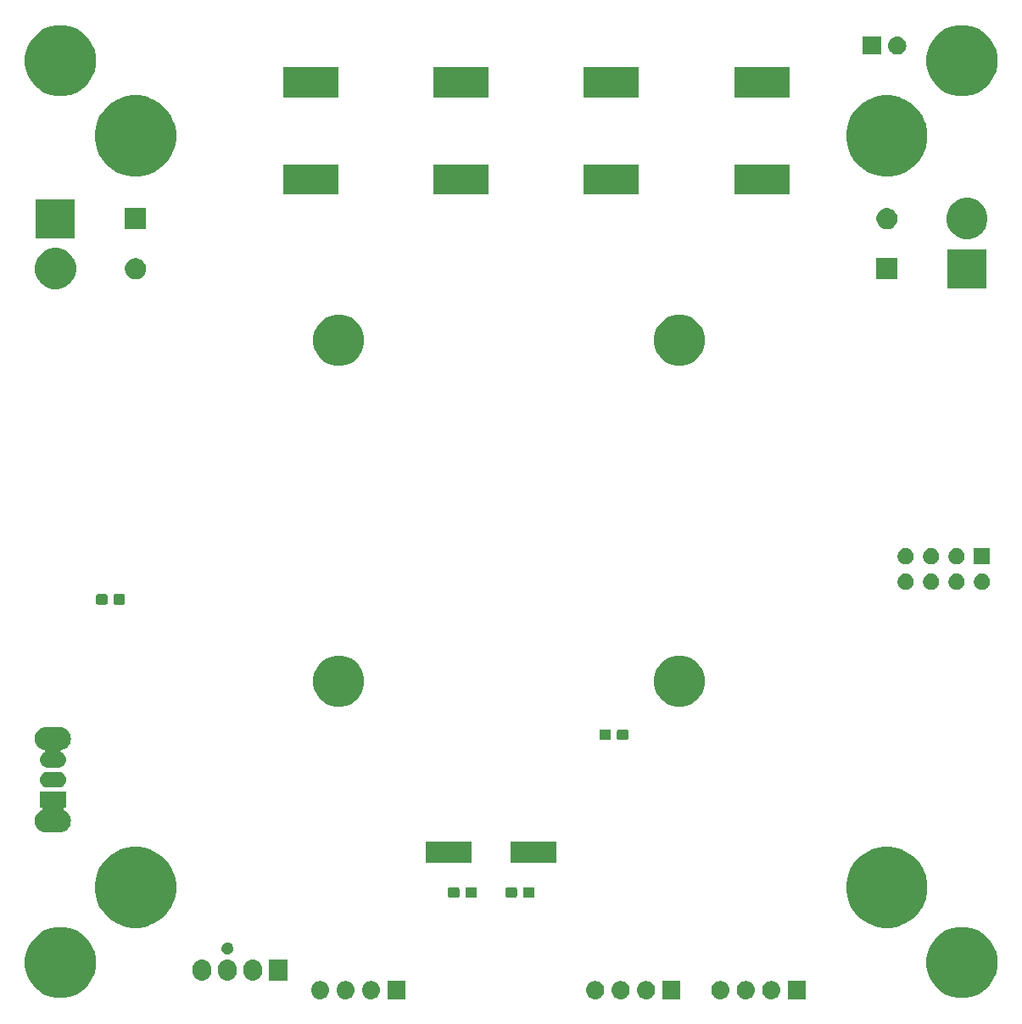
<source format=gts>
G04 #@! TF.GenerationSoftware,KiCad,Pcbnew,(5.1.4)-1*
G04 #@! TF.CreationDate,2019-10-31T11:31:03+01:00*
G04 #@! TF.ProjectId,LED_Strahler,4c45445f-5374-4726-9168-6c65722e6b69,rev?*
G04 #@! TF.SameCoordinates,Original*
G04 #@! TF.FileFunction,Soldermask,Top*
G04 #@! TF.FilePolarity,Negative*
%FSLAX46Y46*%
G04 Gerber Fmt 4.6, Leading zero omitted, Abs format (unit mm)*
G04 Created by KiCad (PCBNEW (5.1.4)-1) date 2019-10-31 11:31:03*
%MOMM*%
%LPD*%
G04 APERTURE LIST*
%ADD10C,0.100000*%
G04 APERTURE END LIST*
D10*
G36*
X139441000Y-148651000D02*
G01*
X137639000Y-148651000D01*
X137639000Y-146849000D01*
X139441000Y-146849000D01*
X139441000Y-148651000D01*
X139441000Y-148651000D01*
G37*
G36*
X176070442Y-146855518D02*
G01*
X176136627Y-146862037D01*
X176306466Y-146913557D01*
X176462991Y-146997222D01*
X176498729Y-147026552D01*
X176600186Y-147109814D01*
X176683448Y-147211271D01*
X176712778Y-147247009D01*
X176796443Y-147403534D01*
X176847963Y-147573373D01*
X176865359Y-147750000D01*
X176847963Y-147926627D01*
X176796443Y-148096466D01*
X176712778Y-148252991D01*
X176683448Y-148288729D01*
X176600186Y-148390186D01*
X176498729Y-148473448D01*
X176462991Y-148502778D01*
X176306466Y-148586443D01*
X176136627Y-148637963D01*
X176070443Y-148644481D01*
X176004260Y-148651000D01*
X175915740Y-148651000D01*
X175849557Y-148644481D01*
X175783373Y-148637963D01*
X175613534Y-148586443D01*
X175457009Y-148502778D01*
X175421271Y-148473448D01*
X175319814Y-148390186D01*
X175236552Y-148288729D01*
X175207222Y-148252991D01*
X175123557Y-148096466D01*
X175072037Y-147926627D01*
X175054641Y-147750000D01*
X175072037Y-147573373D01*
X175123557Y-147403534D01*
X175207222Y-147247009D01*
X175236552Y-147211271D01*
X175319814Y-147109814D01*
X175421271Y-147026552D01*
X175457009Y-146997222D01*
X175613534Y-146913557D01*
X175783373Y-146862037D01*
X175849558Y-146855518D01*
X175915740Y-146849000D01*
X176004260Y-146849000D01*
X176070442Y-146855518D01*
X176070442Y-146855518D01*
G37*
G36*
X166901000Y-148651000D02*
G01*
X165099000Y-148651000D01*
X165099000Y-146849000D01*
X166901000Y-146849000D01*
X166901000Y-148651000D01*
X166901000Y-148651000D01*
G37*
G36*
X163570442Y-146855518D02*
G01*
X163636627Y-146862037D01*
X163806466Y-146913557D01*
X163962991Y-146997222D01*
X163998729Y-147026552D01*
X164100186Y-147109814D01*
X164183448Y-147211271D01*
X164212778Y-147247009D01*
X164296443Y-147403534D01*
X164347963Y-147573373D01*
X164365359Y-147750000D01*
X164347963Y-147926627D01*
X164296443Y-148096466D01*
X164212778Y-148252991D01*
X164183448Y-148288729D01*
X164100186Y-148390186D01*
X163998729Y-148473448D01*
X163962991Y-148502778D01*
X163806466Y-148586443D01*
X163636627Y-148637963D01*
X163570443Y-148644481D01*
X163504260Y-148651000D01*
X163415740Y-148651000D01*
X163349557Y-148644481D01*
X163283373Y-148637963D01*
X163113534Y-148586443D01*
X162957009Y-148502778D01*
X162921271Y-148473448D01*
X162819814Y-148390186D01*
X162736552Y-148288729D01*
X162707222Y-148252991D01*
X162623557Y-148096466D01*
X162572037Y-147926627D01*
X162554641Y-147750000D01*
X162572037Y-147573373D01*
X162623557Y-147403534D01*
X162707222Y-147247009D01*
X162736552Y-147211271D01*
X162819814Y-147109814D01*
X162921271Y-147026552D01*
X162957009Y-146997222D01*
X163113534Y-146913557D01*
X163283373Y-146862037D01*
X163349558Y-146855518D01*
X163415740Y-146849000D01*
X163504260Y-146849000D01*
X163570442Y-146855518D01*
X163570442Y-146855518D01*
G37*
G36*
X161030442Y-146855518D02*
G01*
X161096627Y-146862037D01*
X161266466Y-146913557D01*
X161422991Y-146997222D01*
X161458729Y-147026552D01*
X161560186Y-147109814D01*
X161643448Y-147211271D01*
X161672778Y-147247009D01*
X161756443Y-147403534D01*
X161807963Y-147573373D01*
X161825359Y-147750000D01*
X161807963Y-147926627D01*
X161756443Y-148096466D01*
X161672778Y-148252991D01*
X161643448Y-148288729D01*
X161560186Y-148390186D01*
X161458729Y-148473448D01*
X161422991Y-148502778D01*
X161266466Y-148586443D01*
X161096627Y-148637963D01*
X161030443Y-148644481D01*
X160964260Y-148651000D01*
X160875740Y-148651000D01*
X160809557Y-148644481D01*
X160743373Y-148637963D01*
X160573534Y-148586443D01*
X160417009Y-148502778D01*
X160381271Y-148473448D01*
X160279814Y-148390186D01*
X160196552Y-148288729D01*
X160167222Y-148252991D01*
X160083557Y-148096466D01*
X160032037Y-147926627D01*
X160014641Y-147750000D01*
X160032037Y-147573373D01*
X160083557Y-147403534D01*
X160167222Y-147247009D01*
X160196552Y-147211271D01*
X160279814Y-147109814D01*
X160381271Y-147026552D01*
X160417009Y-146997222D01*
X160573534Y-146913557D01*
X160743373Y-146862037D01*
X160809558Y-146855518D01*
X160875740Y-146849000D01*
X160964260Y-146849000D01*
X161030442Y-146855518D01*
X161030442Y-146855518D01*
G37*
G36*
X158490442Y-146855518D02*
G01*
X158556627Y-146862037D01*
X158726466Y-146913557D01*
X158882991Y-146997222D01*
X158918729Y-147026552D01*
X159020186Y-147109814D01*
X159103448Y-147211271D01*
X159132778Y-147247009D01*
X159216443Y-147403534D01*
X159267963Y-147573373D01*
X159285359Y-147750000D01*
X159267963Y-147926627D01*
X159216443Y-148096466D01*
X159132778Y-148252991D01*
X159103448Y-148288729D01*
X159020186Y-148390186D01*
X158918729Y-148473448D01*
X158882991Y-148502778D01*
X158726466Y-148586443D01*
X158556627Y-148637963D01*
X158490443Y-148644481D01*
X158424260Y-148651000D01*
X158335740Y-148651000D01*
X158269557Y-148644481D01*
X158203373Y-148637963D01*
X158033534Y-148586443D01*
X157877009Y-148502778D01*
X157841271Y-148473448D01*
X157739814Y-148390186D01*
X157656552Y-148288729D01*
X157627222Y-148252991D01*
X157543557Y-148096466D01*
X157492037Y-147926627D01*
X157474641Y-147750000D01*
X157492037Y-147573373D01*
X157543557Y-147403534D01*
X157627222Y-147247009D01*
X157656552Y-147211271D01*
X157739814Y-147109814D01*
X157841271Y-147026552D01*
X157877009Y-146997222D01*
X158033534Y-146913557D01*
X158203373Y-146862037D01*
X158269558Y-146855518D01*
X158335740Y-146849000D01*
X158424260Y-146849000D01*
X158490442Y-146855518D01*
X158490442Y-146855518D01*
G37*
G36*
X170990442Y-146855518D02*
G01*
X171056627Y-146862037D01*
X171226466Y-146913557D01*
X171382991Y-146997222D01*
X171418729Y-147026552D01*
X171520186Y-147109814D01*
X171603448Y-147211271D01*
X171632778Y-147247009D01*
X171716443Y-147403534D01*
X171767963Y-147573373D01*
X171785359Y-147750000D01*
X171767963Y-147926627D01*
X171716443Y-148096466D01*
X171632778Y-148252991D01*
X171603448Y-148288729D01*
X171520186Y-148390186D01*
X171418729Y-148473448D01*
X171382991Y-148502778D01*
X171226466Y-148586443D01*
X171056627Y-148637963D01*
X170990443Y-148644481D01*
X170924260Y-148651000D01*
X170835740Y-148651000D01*
X170769557Y-148644481D01*
X170703373Y-148637963D01*
X170533534Y-148586443D01*
X170377009Y-148502778D01*
X170341271Y-148473448D01*
X170239814Y-148390186D01*
X170156552Y-148288729D01*
X170127222Y-148252991D01*
X170043557Y-148096466D01*
X169992037Y-147926627D01*
X169974641Y-147750000D01*
X169992037Y-147573373D01*
X170043557Y-147403534D01*
X170127222Y-147247009D01*
X170156552Y-147211271D01*
X170239814Y-147109814D01*
X170341271Y-147026552D01*
X170377009Y-146997222D01*
X170533534Y-146913557D01*
X170703373Y-146862037D01*
X170769558Y-146855518D01*
X170835740Y-146849000D01*
X170924260Y-146849000D01*
X170990442Y-146855518D01*
X170990442Y-146855518D01*
G37*
G36*
X179401000Y-148651000D02*
G01*
X177599000Y-148651000D01*
X177599000Y-146849000D01*
X179401000Y-146849000D01*
X179401000Y-148651000D01*
X179401000Y-148651000D01*
G37*
G36*
X131030442Y-146855518D02*
G01*
X131096627Y-146862037D01*
X131266466Y-146913557D01*
X131422991Y-146997222D01*
X131458729Y-147026552D01*
X131560186Y-147109814D01*
X131643448Y-147211271D01*
X131672778Y-147247009D01*
X131756443Y-147403534D01*
X131807963Y-147573373D01*
X131825359Y-147750000D01*
X131807963Y-147926627D01*
X131756443Y-148096466D01*
X131672778Y-148252991D01*
X131643448Y-148288729D01*
X131560186Y-148390186D01*
X131458729Y-148473448D01*
X131422991Y-148502778D01*
X131266466Y-148586443D01*
X131096627Y-148637963D01*
X131030443Y-148644481D01*
X130964260Y-148651000D01*
X130875740Y-148651000D01*
X130809557Y-148644481D01*
X130743373Y-148637963D01*
X130573534Y-148586443D01*
X130417009Y-148502778D01*
X130381271Y-148473448D01*
X130279814Y-148390186D01*
X130196552Y-148288729D01*
X130167222Y-148252991D01*
X130083557Y-148096466D01*
X130032037Y-147926627D01*
X130014641Y-147750000D01*
X130032037Y-147573373D01*
X130083557Y-147403534D01*
X130167222Y-147247009D01*
X130196552Y-147211271D01*
X130279814Y-147109814D01*
X130381271Y-147026552D01*
X130417009Y-146997222D01*
X130573534Y-146913557D01*
X130743373Y-146862037D01*
X130809558Y-146855518D01*
X130875740Y-146849000D01*
X130964260Y-146849000D01*
X131030442Y-146855518D01*
X131030442Y-146855518D01*
G37*
G36*
X133570442Y-146855518D02*
G01*
X133636627Y-146862037D01*
X133806466Y-146913557D01*
X133962991Y-146997222D01*
X133998729Y-147026552D01*
X134100186Y-147109814D01*
X134183448Y-147211271D01*
X134212778Y-147247009D01*
X134296443Y-147403534D01*
X134347963Y-147573373D01*
X134365359Y-147750000D01*
X134347963Y-147926627D01*
X134296443Y-148096466D01*
X134212778Y-148252991D01*
X134183448Y-148288729D01*
X134100186Y-148390186D01*
X133998729Y-148473448D01*
X133962991Y-148502778D01*
X133806466Y-148586443D01*
X133636627Y-148637963D01*
X133570443Y-148644481D01*
X133504260Y-148651000D01*
X133415740Y-148651000D01*
X133349557Y-148644481D01*
X133283373Y-148637963D01*
X133113534Y-148586443D01*
X132957009Y-148502778D01*
X132921271Y-148473448D01*
X132819814Y-148390186D01*
X132736552Y-148288729D01*
X132707222Y-148252991D01*
X132623557Y-148096466D01*
X132572037Y-147926627D01*
X132554641Y-147750000D01*
X132572037Y-147573373D01*
X132623557Y-147403534D01*
X132707222Y-147247009D01*
X132736552Y-147211271D01*
X132819814Y-147109814D01*
X132921271Y-147026552D01*
X132957009Y-146997222D01*
X133113534Y-146913557D01*
X133283373Y-146862037D01*
X133349558Y-146855518D01*
X133415740Y-146849000D01*
X133504260Y-146849000D01*
X133570442Y-146855518D01*
X133570442Y-146855518D01*
G37*
G36*
X136110442Y-146855518D02*
G01*
X136176627Y-146862037D01*
X136346466Y-146913557D01*
X136502991Y-146997222D01*
X136538729Y-147026552D01*
X136640186Y-147109814D01*
X136723448Y-147211271D01*
X136752778Y-147247009D01*
X136836443Y-147403534D01*
X136887963Y-147573373D01*
X136905359Y-147750000D01*
X136887963Y-147926627D01*
X136836443Y-148096466D01*
X136752778Y-148252991D01*
X136723448Y-148288729D01*
X136640186Y-148390186D01*
X136538729Y-148473448D01*
X136502991Y-148502778D01*
X136346466Y-148586443D01*
X136176627Y-148637963D01*
X136110443Y-148644481D01*
X136044260Y-148651000D01*
X135955740Y-148651000D01*
X135889557Y-148644481D01*
X135823373Y-148637963D01*
X135653534Y-148586443D01*
X135497009Y-148502778D01*
X135461271Y-148473448D01*
X135359814Y-148390186D01*
X135276552Y-148288729D01*
X135247222Y-148252991D01*
X135163557Y-148096466D01*
X135112037Y-147926627D01*
X135094641Y-147750000D01*
X135112037Y-147573373D01*
X135163557Y-147403534D01*
X135247222Y-147247009D01*
X135276552Y-147211271D01*
X135359814Y-147109814D01*
X135461271Y-147026552D01*
X135497009Y-146997222D01*
X135653534Y-146913557D01*
X135823373Y-146862037D01*
X135889558Y-146855518D01*
X135955740Y-146849000D01*
X136044260Y-146849000D01*
X136110442Y-146855518D01*
X136110442Y-146855518D01*
G37*
G36*
X173530442Y-146855518D02*
G01*
X173596627Y-146862037D01*
X173766466Y-146913557D01*
X173922991Y-146997222D01*
X173958729Y-147026552D01*
X174060186Y-147109814D01*
X174143448Y-147211271D01*
X174172778Y-147247009D01*
X174256443Y-147403534D01*
X174307963Y-147573373D01*
X174325359Y-147750000D01*
X174307963Y-147926627D01*
X174256443Y-148096466D01*
X174172778Y-148252991D01*
X174143448Y-148288729D01*
X174060186Y-148390186D01*
X173958729Y-148473448D01*
X173922991Y-148502778D01*
X173766466Y-148586443D01*
X173596627Y-148637963D01*
X173530443Y-148644481D01*
X173464260Y-148651000D01*
X173375740Y-148651000D01*
X173309557Y-148644481D01*
X173243373Y-148637963D01*
X173073534Y-148586443D01*
X172917009Y-148502778D01*
X172881271Y-148473448D01*
X172779814Y-148390186D01*
X172696552Y-148288729D01*
X172667222Y-148252991D01*
X172583557Y-148096466D01*
X172532037Y-147926627D01*
X172514641Y-147750000D01*
X172532037Y-147573373D01*
X172583557Y-147403534D01*
X172667222Y-147247009D01*
X172696552Y-147211271D01*
X172779814Y-147109814D01*
X172881271Y-147026552D01*
X172917009Y-146997222D01*
X173073534Y-146913557D01*
X173243373Y-146862037D01*
X173309558Y-146855518D01*
X173375740Y-146849000D01*
X173464260Y-146849000D01*
X173530442Y-146855518D01*
X173530442Y-146855518D01*
G37*
G36*
X106035787Y-141585462D02*
G01*
X106035790Y-141585463D01*
X106035789Y-141585463D01*
X106682029Y-141853144D01*
X107263631Y-142241758D01*
X107758242Y-142736369D01*
X108146856Y-143317971D01*
X108235015Y-143530807D01*
X108414538Y-143964213D01*
X108551000Y-144650256D01*
X108551000Y-145349744D01*
X108414538Y-146035787D01*
X108414537Y-146035789D01*
X108146856Y-146682029D01*
X107758242Y-147263631D01*
X107263631Y-147758242D01*
X106682029Y-148146856D01*
X106425796Y-148252991D01*
X106035787Y-148414538D01*
X105349744Y-148551000D01*
X104650256Y-148551000D01*
X103964213Y-148414538D01*
X103574204Y-148252991D01*
X103317971Y-148146856D01*
X102736369Y-147758242D01*
X102241758Y-147263631D01*
X101853144Y-146682029D01*
X101585463Y-146035789D01*
X101585462Y-146035787D01*
X101449000Y-145349744D01*
X101449000Y-144650256D01*
X101585462Y-143964213D01*
X101764985Y-143530807D01*
X101853144Y-143317971D01*
X102241758Y-142736369D01*
X102736369Y-142241758D01*
X103317971Y-141853144D01*
X103964211Y-141585463D01*
X103964210Y-141585463D01*
X103964213Y-141585462D01*
X104650256Y-141449000D01*
X105349744Y-141449000D01*
X106035787Y-141585462D01*
X106035787Y-141585462D01*
G37*
G36*
X196035787Y-141585462D02*
G01*
X196035790Y-141585463D01*
X196035789Y-141585463D01*
X196682029Y-141853144D01*
X197263631Y-142241758D01*
X197758242Y-142736369D01*
X198146856Y-143317971D01*
X198235015Y-143530807D01*
X198414538Y-143964213D01*
X198551000Y-144650256D01*
X198551000Y-145349744D01*
X198414538Y-146035787D01*
X198414537Y-146035789D01*
X198146856Y-146682029D01*
X197758242Y-147263631D01*
X197263631Y-147758242D01*
X196682029Y-148146856D01*
X196425796Y-148252991D01*
X196035787Y-148414538D01*
X195349744Y-148551000D01*
X194650256Y-148551000D01*
X193964213Y-148414538D01*
X193574204Y-148252991D01*
X193317971Y-148146856D01*
X192736369Y-147758242D01*
X192241758Y-147263631D01*
X191853144Y-146682029D01*
X191585463Y-146035789D01*
X191585462Y-146035787D01*
X191449000Y-145349744D01*
X191449000Y-144650256D01*
X191585462Y-143964213D01*
X191764985Y-143530807D01*
X191853144Y-143317971D01*
X192241758Y-142736369D01*
X192736369Y-142241758D01*
X193317971Y-141853144D01*
X193964211Y-141585463D01*
X193964210Y-141585463D01*
X193964213Y-141585462D01*
X194650256Y-141449000D01*
X195349744Y-141449000D01*
X196035787Y-141585462D01*
X196035787Y-141585462D01*
G37*
G36*
X124373467Y-144695668D02*
G01*
X124389567Y-144697254D01*
X124562233Y-144749632D01*
X124721364Y-144834689D01*
X124860844Y-144949156D01*
X124975311Y-145088635D01*
X125060368Y-145247766D01*
X125112746Y-145420433D01*
X125126000Y-145555002D01*
X125126000Y-145944997D01*
X125117058Y-146035787D01*
X125112746Y-146079567D01*
X125095287Y-146137122D01*
X125060368Y-146252234D01*
X124975311Y-146411365D01*
X124860844Y-146550844D01*
X124721365Y-146665311D01*
X124562234Y-146750368D01*
X124389568Y-146802746D01*
X124373468Y-146804332D01*
X124210000Y-146820432D01*
X124046533Y-146804332D01*
X124030433Y-146802746D01*
X123857767Y-146750368D01*
X123698636Y-146665311D01*
X123559157Y-146550844D01*
X123444689Y-146411365D01*
X123359632Y-146252234D01*
X123307254Y-146079567D01*
X123294000Y-145944998D01*
X123294000Y-145555003D01*
X123307254Y-145420434D01*
X123307255Y-145420432D01*
X123359632Y-145247768D01*
X123359632Y-145247767D01*
X123444689Y-145088636D01*
X123559156Y-144949156D01*
X123698635Y-144834689D01*
X123857766Y-144749632D01*
X124030432Y-144697254D01*
X124046532Y-144695668D01*
X124210000Y-144679568D01*
X124373467Y-144695668D01*
X124373467Y-144695668D01*
G37*
G36*
X121833467Y-144695668D02*
G01*
X121849567Y-144697254D01*
X122022233Y-144749632D01*
X122181364Y-144834689D01*
X122320844Y-144949156D01*
X122435311Y-145088635D01*
X122520368Y-145247766D01*
X122572746Y-145420433D01*
X122586000Y-145555002D01*
X122586000Y-145944997D01*
X122577058Y-146035787D01*
X122572746Y-146079567D01*
X122555287Y-146137122D01*
X122520368Y-146252234D01*
X122435311Y-146411365D01*
X122320844Y-146550844D01*
X122181365Y-146665311D01*
X122022234Y-146750368D01*
X121849568Y-146802746D01*
X121833468Y-146804332D01*
X121670000Y-146820432D01*
X121506533Y-146804332D01*
X121490433Y-146802746D01*
X121317767Y-146750368D01*
X121158636Y-146665311D01*
X121019157Y-146550844D01*
X120904689Y-146411365D01*
X120819632Y-146252234D01*
X120767254Y-146079567D01*
X120754000Y-145944998D01*
X120754000Y-145555003D01*
X120767254Y-145420434D01*
X120767255Y-145420432D01*
X120819632Y-145247768D01*
X120819632Y-145247767D01*
X120904689Y-145088636D01*
X121019156Y-144949156D01*
X121158635Y-144834689D01*
X121317766Y-144749632D01*
X121490432Y-144697254D01*
X121506532Y-144695668D01*
X121670000Y-144679568D01*
X121833467Y-144695668D01*
X121833467Y-144695668D01*
G37*
G36*
X119293467Y-144695668D02*
G01*
X119309567Y-144697254D01*
X119482233Y-144749632D01*
X119641364Y-144834689D01*
X119780844Y-144949156D01*
X119895311Y-145088635D01*
X119980368Y-145247766D01*
X120032746Y-145420433D01*
X120046000Y-145555002D01*
X120046000Y-145944997D01*
X120037058Y-146035787D01*
X120032746Y-146079567D01*
X120015287Y-146137122D01*
X119980368Y-146252234D01*
X119895311Y-146411365D01*
X119780844Y-146550844D01*
X119641365Y-146665311D01*
X119482234Y-146750368D01*
X119309568Y-146802746D01*
X119293468Y-146804332D01*
X119130000Y-146820432D01*
X118966533Y-146804332D01*
X118950433Y-146802746D01*
X118777767Y-146750368D01*
X118618636Y-146665311D01*
X118479157Y-146550844D01*
X118364689Y-146411365D01*
X118279632Y-146252234D01*
X118227254Y-146079567D01*
X118214000Y-145944998D01*
X118214000Y-145555003D01*
X118227254Y-145420434D01*
X118227255Y-145420432D01*
X118279632Y-145247768D01*
X118279632Y-145247767D01*
X118364689Y-145088636D01*
X118479156Y-144949156D01*
X118618635Y-144834689D01*
X118777766Y-144749632D01*
X118950432Y-144697254D01*
X118966532Y-144695668D01*
X119130000Y-144679568D01*
X119293467Y-144695668D01*
X119293467Y-144695668D01*
G37*
G36*
X127666000Y-146816000D02*
G01*
X125834000Y-146816000D01*
X125834000Y-144684000D01*
X127666000Y-144684000D01*
X127666000Y-146816000D01*
X127666000Y-146816000D01*
G37*
G36*
X121806601Y-143004397D02*
G01*
X121845305Y-143012096D01*
X121877340Y-143025365D01*
X121954680Y-143057400D01*
X122053115Y-143123173D01*
X122136827Y-143206885D01*
X122202600Y-143305320D01*
X122247904Y-143414696D01*
X122271000Y-143530805D01*
X122271000Y-143649195D01*
X122247904Y-143765304D01*
X122202600Y-143874680D01*
X122136827Y-143973115D01*
X122053115Y-144056827D01*
X121954680Y-144122600D01*
X121877340Y-144154635D01*
X121845305Y-144167904D01*
X121806601Y-144175603D01*
X121729195Y-144191000D01*
X121610805Y-144191000D01*
X121533399Y-144175603D01*
X121494695Y-144167904D01*
X121462660Y-144154635D01*
X121385320Y-144122600D01*
X121286885Y-144056827D01*
X121203173Y-143973115D01*
X121137400Y-143874680D01*
X121092096Y-143765304D01*
X121069000Y-143649195D01*
X121069000Y-143530805D01*
X121092096Y-143414696D01*
X121137400Y-143305320D01*
X121203173Y-143206885D01*
X121286885Y-143123173D01*
X121385320Y-143057400D01*
X121462660Y-143025365D01*
X121494695Y-143012096D01*
X121533399Y-143004397D01*
X121610805Y-142989000D01*
X121729195Y-142989000D01*
X121806601Y-143004397D01*
X121806601Y-143004397D01*
G37*
G36*
X113681632Y-133604677D02*
G01*
X113987005Y-133731167D01*
X114418868Y-133910050D01*
X115082362Y-134353383D01*
X115646617Y-134917638D01*
X116089950Y-135581132D01*
X116268833Y-136012995D01*
X116395323Y-136318368D01*
X116551000Y-137101010D01*
X116551000Y-137898990D01*
X116395323Y-138681632D01*
X116268833Y-138987005D01*
X116089950Y-139418868D01*
X115646617Y-140082362D01*
X115082362Y-140646617D01*
X114418868Y-141089950D01*
X113987005Y-141268833D01*
X113681632Y-141395323D01*
X112898990Y-141551000D01*
X112101010Y-141551000D01*
X111318368Y-141395323D01*
X111012995Y-141268833D01*
X110581132Y-141089950D01*
X109917638Y-140646617D01*
X109353383Y-140082362D01*
X108910050Y-139418868D01*
X108731167Y-138987005D01*
X108604677Y-138681632D01*
X108449000Y-137898990D01*
X108449000Y-137101010D01*
X108604677Y-136318368D01*
X108731167Y-136012995D01*
X108910050Y-135581132D01*
X109353383Y-134917638D01*
X109917638Y-134353383D01*
X110581132Y-133910050D01*
X111012995Y-133731167D01*
X111318368Y-133604677D01*
X112101010Y-133449000D01*
X112898990Y-133449000D01*
X113681632Y-133604677D01*
X113681632Y-133604677D01*
G37*
G36*
X188681632Y-133604677D02*
G01*
X188987005Y-133731167D01*
X189418868Y-133910050D01*
X190082362Y-134353383D01*
X190646617Y-134917638D01*
X191089950Y-135581132D01*
X191268833Y-136012995D01*
X191395323Y-136318368D01*
X191551000Y-137101010D01*
X191551000Y-137898990D01*
X191395323Y-138681632D01*
X191268833Y-138987005D01*
X191089950Y-139418868D01*
X190646617Y-140082362D01*
X190082362Y-140646617D01*
X189418868Y-141089950D01*
X188987005Y-141268833D01*
X188681632Y-141395323D01*
X187898990Y-141551000D01*
X187101010Y-141551000D01*
X186318368Y-141395323D01*
X186012995Y-141268833D01*
X185581132Y-141089950D01*
X184917638Y-140646617D01*
X184353383Y-140082362D01*
X183910050Y-139418868D01*
X183731167Y-138987005D01*
X183604677Y-138681632D01*
X183449000Y-137898990D01*
X183449000Y-137101010D01*
X183604677Y-136318368D01*
X183731167Y-136012995D01*
X183910050Y-135581132D01*
X184353383Y-134917638D01*
X184917638Y-134353383D01*
X185581132Y-133910050D01*
X186012995Y-133731167D01*
X186318368Y-133604677D01*
X187101010Y-133449000D01*
X187898990Y-133449000D01*
X188681632Y-133604677D01*
X188681632Y-133604677D01*
G37*
G36*
X146414499Y-137478445D02*
G01*
X146451995Y-137489820D01*
X146486554Y-137508292D01*
X146516847Y-137533153D01*
X146541708Y-137563446D01*
X146560180Y-137598005D01*
X146571555Y-137635501D01*
X146576000Y-137680638D01*
X146576000Y-138319362D01*
X146571555Y-138364499D01*
X146560180Y-138401995D01*
X146541708Y-138436554D01*
X146516847Y-138466847D01*
X146486554Y-138491708D01*
X146451995Y-138510180D01*
X146414499Y-138521555D01*
X146369362Y-138526000D01*
X145630638Y-138526000D01*
X145585501Y-138521555D01*
X145548005Y-138510180D01*
X145513446Y-138491708D01*
X145483153Y-138466847D01*
X145458292Y-138436554D01*
X145439820Y-138401995D01*
X145428445Y-138364499D01*
X145424000Y-138319362D01*
X145424000Y-137680638D01*
X145428445Y-137635501D01*
X145439820Y-137598005D01*
X145458292Y-137563446D01*
X145483153Y-137533153D01*
X145513446Y-137508292D01*
X145548005Y-137489820D01*
X145585501Y-137478445D01*
X145630638Y-137474000D01*
X146369362Y-137474000D01*
X146414499Y-137478445D01*
X146414499Y-137478445D01*
G37*
G36*
X152164499Y-137478445D02*
G01*
X152201995Y-137489820D01*
X152236554Y-137508292D01*
X152266847Y-137533153D01*
X152291708Y-137563446D01*
X152310180Y-137598005D01*
X152321555Y-137635501D01*
X152326000Y-137680638D01*
X152326000Y-138319362D01*
X152321555Y-138364499D01*
X152310180Y-138401995D01*
X152291708Y-138436554D01*
X152266847Y-138466847D01*
X152236554Y-138491708D01*
X152201995Y-138510180D01*
X152164499Y-138521555D01*
X152119362Y-138526000D01*
X151380638Y-138526000D01*
X151335501Y-138521555D01*
X151298005Y-138510180D01*
X151263446Y-138491708D01*
X151233153Y-138466847D01*
X151208292Y-138436554D01*
X151189820Y-138401995D01*
X151178445Y-138364499D01*
X151174000Y-138319362D01*
X151174000Y-137680638D01*
X151178445Y-137635501D01*
X151189820Y-137598005D01*
X151208292Y-137563446D01*
X151233153Y-137533153D01*
X151263446Y-137508292D01*
X151298005Y-137489820D01*
X151335501Y-137478445D01*
X151380638Y-137474000D01*
X152119362Y-137474000D01*
X152164499Y-137478445D01*
X152164499Y-137478445D01*
G37*
G36*
X150414499Y-137478445D02*
G01*
X150451995Y-137489820D01*
X150486554Y-137508292D01*
X150516847Y-137533153D01*
X150541708Y-137563446D01*
X150560180Y-137598005D01*
X150571555Y-137635501D01*
X150576000Y-137680638D01*
X150576000Y-138319362D01*
X150571555Y-138364499D01*
X150560180Y-138401995D01*
X150541708Y-138436554D01*
X150516847Y-138466847D01*
X150486554Y-138491708D01*
X150451995Y-138510180D01*
X150414499Y-138521555D01*
X150369362Y-138526000D01*
X149630638Y-138526000D01*
X149585501Y-138521555D01*
X149548005Y-138510180D01*
X149513446Y-138491708D01*
X149483153Y-138466847D01*
X149458292Y-138436554D01*
X149439820Y-138401995D01*
X149428445Y-138364499D01*
X149424000Y-138319362D01*
X149424000Y-137680638D01*
X149428445Y-137635501D01*
X149439820Y-137598005D01*
X149458292Y-137563446D01*
X149483153Y-137533153D01*
X149513446Y-137508292D01*
X149548005Y-137489820D01*
X149585501Y-137478445D01*
X149630638Y-137474000D01*
X150369362Y-137474000D01*
X150414499Y-137478445D01*
X150414499Y-137478445D01*
G37*
G36*
X144664499Y-137478445D02*
G01*
X144701995Y-137489820D01*
X144736554Y-137508292D01*
X144766847Y-137533153D01*
X144791708Y-137563446D01*
X144810180Y-137598005D01*
X144821555Y-137635501D01*
X144826000Y-137680638D01*
X144826000Y-138319362D01*
X144821555Y-138364499D01*
X144810180Y-138401995D01*
X144791708Y-138436554D01*
X144766847Y-138466847D01*
X144736554Y-138491708D01*
X144701995Y-138510180D01*
X144664499Y-138521555D01*
X144619362Y-138526000D01*
X143880638Y-138526000D01*
X143835501Y-138521555D01*
X143798005Y-138510180D01*
X143763446Y-138491708D01*
X143733153Y-138466847D01*
X143708292Y-138436554D01*
X143689820Y-138401995D01*
X143678445Y-138364499D01*
X143674000Y-138319362D01*
X143674000Y-137680638D01*
X143678445Y-137635501D01*
X143689820Y-137598005D01*
X143708292Y-137563446D01*
X143733153Y-137533153D01*
X143763446Y-137508292D01*
X143798005Y-137489820D01*
X143835501Y-137478445D01*
X143880638Y-137474000D01*
X144619362Y-137474000D01*
X144664499Y-137478445D01*
X144664499Y-137478445D01*
G37*
G36*
X146051000Y-135051000D02*
G01*
X141449000Y-135051000D01*
X141449000Y-132949000D01*
X146051000Y-132949000D01*
X146051000Y-135051000D01*
X146051000Y-135051000D01*
G37*
G36*
X154551000Y-135051000D02*
G01*
X149949000Y-135051000D01*
X149949000Y-132949000D01*
X154551000Y-132949000D01*
X154551000Y-135051000D01*
X154551000Y-135051000D01*
G37*
G36*
X105551000Y-129551000D02*
G01*
X105410445Y-129551000D01*
X105386059Y-129553402D01*
X105362610Y-129560515D01*
X105340999Y-129572066D01*
X105322057Y-129587611D01*
X105306512Y-129606553D01*
X105294961Y-129628164D01*
X105287848Y-129651613D01*
X105285446Y-129675999D01*
X105287848Y-129700385D01*
X105294961Y-129723834D01*
X105306512Y-129745445D01*
X105322057Y-129764387D01*
X105340999Y-129779932D01*
X105351521Y-129786238D01*
X105542555Y-129888347D01*
X105717818Y-130032182D01*
X105861653Y-130207445D01*
X105968529Y-130407398D01*
X106034346Y-130624366D01*
X106056569Y-130850000D01*
X106034346Y-131075634D01*
X105968529Y-131292602D01*
X105861653Y-131492555D01*
X105717818Y-131667818D01*
X105542555Y-131811653D01*
X105342602Y-131918529D01*
X105342600Y-131918530D01*
X105125635Y-131984346D01*
X105069271Y-131989897D01*
X104956545Y-132001000D01*
X103543455Y-132001000D01*
X103430729Y-131989897D01*
X103374365Y-131984346D01*
X103157400Y-131918530D01*
X103157398Y-131918529D01*
X102957445Y-131811653D01*
X102782182Y-131667818D01*
X102638347Y-131492555D01*
X102531471Y-131292602D01*
X102465654Y-131075634D01*
X102443431Y-130850000D01*
X102465654Y-130624366D01*
X102531471Y-130407398D01*
X102638347Y-130207445D01*
X102782182Y-130032182D01*
X102957445Y-129888347D01*
X103148479Y-129786238D01*
X103168853Y-129772625D01*
X103186180Y-129755298D01*
X103199794Y-129734923D01*
X103209172Y-129712285D01*
X103213952Y-129688251D01*
X103213952Y-129663747D01*
X103209172Y-129639714D01*
X103199794Y-129617075D01*
X103186181Y-129596701D01*
X103168854Y-129579374D01*
X103148479Y-129565760D01*
X103125841Y-129556382D01*
X103101807Y-129551602D01*
X103089555Y-129551000D01*
X102949000Y-129551000D01*
X102949000Y-127949000D01*
X105551000Y-127949000D01*
X105551000Y-129551000D01*
X105551000Y-129551000D01*
G37*
G36*
X104828571Y-125952863D02*
G01*
X104907023Y-125960590D01*
X105007682Y-125991125D01*
X105058013Y-126006392D01*
X105197165Y-126080771D01*
X105319133Y-126180867D01*
X105419229Y-126302835D01*
X105493608Y-126441987D01*
X105493608Y-126441988D01*
X105539410Y-126592977D01*
X105554875Y-126750000D01*
X105539410Y-126907023D01*
X105508875Y-127007682D01*
X105493608Y-127058013D01*
X105419229Y-127197165D01*
X105319133Y-127319133D01*
X105197165Y-127419229D01*
X105058013Y-127493608D01*
X105007682Y-127508875D01*
X104907023Y-127539410D01*
X104828571Y-127547137D01*
X104789346Y-127551000D01*
X103710654Y-127551000D01*
X103671429Y-127547137D01*
X103592977Y-127539410D01*
X103492318Y-127508875D01*
X103441987Y-127493608D01*
X103302835Y-127419229D01*
X103180867Y-127319133D01*
X103080771Y-127197165D01*
X103006392Y-127058013D01*
X102991125Y-127007682D01*
X102960590Y-126907023D01*
X102945125Y-126750000D01*
X102960590Y-126592977D01*
X103006392Y-126441988D01*
X103006392Y-126441987D01*
X103080771Y-126302835D01*
X103180867Y-126180867D01*
X103302835Y-126080771D01*
X103441987Y-126006392D01*
X103492318Y-125991125D01*
X103592977Y-125960590D01*
X103671429Y-125952863D01*
X103710654Y-125949000D01*
X104789346Y-125949000D01*
X104828571Y-125952863D01*
X104828571Y-125952863D01*
G37*
G36*
X105069271Y-121510103D02*
G01*
X105125635Y-121515654D01*
X105342600Y-121581470D01*
X105342602Y-121581471D01*
X105542555Y-121688347D01*
X105717818Y-121832182D01*
X105861653Y-122007445D01*
X105968529Y-122207398D01*
X106034346Y-122424366D01*
X106056569Y-122650000D01*
X106034346Y-122875634D01*
X105968529Y-123092602D01*
X105861653Y-123292555D01*
X105717818Y-123467818D01*
X105542555Y-123611653D01*
X105342602Y-123718529D01*
X105342600Y-123718530D01*
X105125635Y-123784346D01*
X105125631Y-123784346D01*
X105123516Y-123784988D01*
X105103803Y-123788909D01*
X105081164Y-123798285D01*
X105060790Y-123811899D01*
X105043462Y-123829225D01*
X105029848Y-123849599D01*
X105020470Y-123872238D01*
X105015689Y-123896271D01*
X105015689Y-123920775D01*
X105020469Y-123944809D01*
X105029845Y-123967448D01*
X105043459Y-123987822D01*
X105060785Y-124005150D01*
X105081161Y-124018765D01*
X105197165Y-124080771D01*
X105319133Y-124180867D01*
X105419229Y-124302835D01*
X105493608Y-124441987D01*
X105493608Y-124441988D01*
X105539410Y-124592977D01*
X105554875Y-124750000D01*
X105539410Y-124907023D01*
X105508875Y-125007682D01*
X105493608Y-125058013D01*
X105419229Y-125197165D01*
X105319133Y-125319133D01*
X105197165Y-125419229D01*
X105058013Y-125493608D01*
X105007682Y-125508875D01*
X104907023Y-125539410D01*
X104828571Y-125547137D01*
X104789346Y-125551000D01*
X103710654Y-125551000D01*
X103671429Y-125547137D01*
X103592977Y-125539410D01*
X103492318Y-125508875D01*
X103441987Y-125493608D01*
X103302835Y-125419229D01*
X103180867Y-125319133D01*
X103080771Y-125197165D01*
X103006392Y-125058013D01*
X102991125Y-125007682D01*
X102960590Y-124907023D01*
X102945125Y-124750000D01*
X102960590Y-124592977D01*
X103006392Y-124441988D01*
X103006392Y-124441987D01*
X103080771Y-124302835D01*
X103180867Y-124180867D01*
X103302835Y-124080771D01*
X103418839Y-124018765D01*
X103439213Y-124005151D01*
X103456540Y-123987824D01*
X103470154Y-123967450D01*
X103479531Y-123944811D01*
X103484311Y-123920777D01*
X103484311Y-123896273D01*
X103479530Y-123872240D01*
X103470153Y-123849601D01*
X103456539Y-123829227D01*
X103439212Y-123811900D01*
X103418838Y-123798286D01*
X103396199Y-123788909D01*
X103376484Y-123784988D01*
X103374369Y-123784346D01*
X103374365Y-123784346D01*
X103157400Y-123718530D01*
X103157398Y-123718529D01*
X102957445Y-123611653D01*
X102782182Y-123467818D01*
X102638347Y-123292555D01*
X102531471Y-123092602D01*
X102465654Y-122875634D01*
X102443431Y-122650000D01*
X102465654Y-122424366D01*
X102531471Y-122207398D01*
X102638347Y-122007445D01*
X102782182Y-121832182D01*
X102957445Y-121688347D01*
X103157398Y-121581471D01*
X103157400Y-121581470D01*
X103374365Y-121515654D01*
X103430729Y-121510103D01*
X103543455Y-121499000D01*
X104956545Y-121499000D01*
X105069271Y-121510103D01*
X105069271Y-121510103D01*
G37*
G36*
X159789499Y-121728445D02*
G01*
X159826995Y-121739820D01*
X159861554Y-121758292D01*
X159891847Y-121783153D01*
X159916708Y-121813446D01*
X159935180Y-121848005D01*
X159946555Y-121885501D01*
X159951000Y-121930638D01*
X159951000Y-122569362D01*
X159946555Y-122614499D01*
X159935180Y-122651995D01*
X159916708Y-122686554D01*
X159891847Y-122716847D01*
X159861554Y-122741708D01*
X159826995Y-122760180D01*
X159789499Y-122771555D01*
X159744362Y-122776000D01*
X159005638Y-122776000D01*
X158960501Y-122771555D01*
X158923005Y-122760180D01*
X158888446Y-122741708D01*
X158858153Y-122716847D01*
X158833292Y-122686554D01*
X158814820Y-122651995D01*
X158803445Y-122614499D01*
X158799000Y-122569362D01*
X158799000Y-121930638D01*
X158803445Y-121885501D01*
X158814820Y-121848005D01*
X158833292Y-121813446D01*
X158858153Y-121783153D01*
X158888446Y-121758292D01*
X158923005Y-121739820D01*
X158960501Y-121728445D01*
X159005638Y-121724000D01*
X159744362Y-121724000D01*
X159789499Y-121728445D01*
X159789499Y-121728445D01*
G37*
G36*
X161539499Y-121728445D02*
G01*
X161576995Y-121739820D01*
X161611554Y-121758292D01*
X161641847Y-121783153D01*
X161666708Y-121813446D01*
X161685180Y-121848005D01*
X161696555Y-121885501D01*
X161701000Y-121930638D01*
X161701000Y-122569362D01*
X161696555Y-122614499D01*
X161685180Y-122651995D01*
X161666708Y-122686554D01*
X161641847Y-122716847D01*
X161611554Y-122741708D01*
X161576995Y-122760180D01*
X161539499Y-122771555D01*
X161494362Y-122776000D01*
X160755638Y-122776000D01*
X160710501Y-122771555D01*
X160673005Y-122760180D01*
X160638446Y-122741708D01*
X160608153Y-122716847D01*
X160583292Y-122686554D01*
X160564820Y-122651995D01*
X160553445Y-122614499D01*
X160549000Y-122569362D01*
X160549000Y-121930638D01*
X160553445Y-121885501D01*
X160564820Y-121848005D01*
X160583292Y-121813446D01*
X160608153Y-121783153D01*
X160638446Y-121758292D01*
X160673005Y-121739820D01*
X160710501Y-121728445D01*
X160755638Y-121724000D01*
X161494362Y-121724000D01*
X161539499Y-121728445D01*
X161539499Y-121728445D01*
G37*
G36*
X133522898Y-114463433D02*
G01*
X133987150Y-114655732D01*
X133987152Y-114655733D01*
X134404968Y-114934909D01*
X134760291Y-115290232D01*
X135039467Y-115708048D01*
X135039468Y-115708050D01*
X135231767Y-116172302D01*
X135329800Y-116665147D01*
X135329800Y-117167653D01*
X135231767Y-117660498D01*
X135039468Y-118124750D01*
X135039467Y-118124752D01*
X134760291Y-118542568D01*
X134404968Y-118897891D01*
X133987152Y-119177067D01*
X133987151Y-119177068D01*
X133987150Y-119177068D01*
X133522898Y-119369367D01*
X133030053Y-119467400D01*
X132527547Y-119467400D01*
X132034702Y-119369367D01*
X131570450Y-119177068D01*
X131570449Y-119177068D01*
X131570448Y-119177067D01*
X131152632Y-118897891D01*
X130797309Y-118542568D01*
X130518133Y-118124752D01*
X130518132Y-118124750D01*
X130325833Y-117660498D01*
X130227800Y-117167653D01*
X130227800Y-116665147D01*
X130325833Y-116172302D01*
X130518132Y-115708050D01*
X130518133Y-115708048D01*
X130797309Y-115290232D01*
X131152632Y-114934909D01*
X131570448Y-114655733D01*
X131570450Y-114655732D01*
X132034702Y-114463433D01*
X132527547Y-114365400D01*
X133030053Y-114365400D01*
X133522898Y-114463433D01*
X133522898Y-114463433D01*
G37*
G36*
X167533498Y-114463433D02*
G01*
X167997750Y-114655732D01*
X167997752Y-114655733D01*
X168415568Y-114934909D01*
X168770891Y-115290232D01*
X169050067Y-115708048D01*
X169050068Y-115708050D01*
X169242367Y-116172302D01*
X169340400Y-116665147D01*
X169340400Y-117167653D01*
X169242367Y-117660498D01*
X169050068Y-118124750D01*
X169050067Y-118124752D01*
X168770891Y-118542568D01*
X168415568Y-118897891D01*
X167997752Y-119177067D01*
X167997751Y-119177068D01*
X167997750Y-119177068D01*
X167533498Y-119369367D01*
X167040653Y-119467400D01*
X166538147Y-119467400D01*
X166045302Y-119369367D01*
X165581050Y-119177068D01*
X165581049Y-119177068D01*
X165581048Y-119177067D01*
X165163232Y-118897891D01*
X164807909Y-118542568D01*
X164528733Y-118124752D01*
X164528732Y-118124750D01*
X164336433Y-117660498D01*
X164238400Y-117167653D01*
X164238400Y-116665147D01*
X164336433Y-116172302D01*
X164528732Y-115708050D01*
X164528733Y-115708048D01*
X164807909Y-115290232D01*
X165163232Y-114934909D01*
X165581048Y-114655733D01*
X165581050Y-114655732D01*
X166045302Y-114463433D01*
X166538147Y-114365400D01*
X167040653Y-114365400D01*
X167533498Y-114463433D01*
X167533498Y-114463433D01*
G37*
G36*
X111289499Y-108228445D02*
G01*
X111326995Y-108239820D01*
X111361554Y-108258292D01*
X111391847Y-108283153D01*
X111416708Y-108313446D01*
X111435180Y-108348005D01*
X111446555Y-108385501D01*
X111451000Y-108430638D01*
X111451000Y-109069362D01*
X111446555Y-109114499D01*
X111435180Y-109151995D01*
X111416708Y-109186554D01*
X111391847Y-109216847D01*
X111361554Y-109241708D01*
X111326995Y-109260180D01*
X111289499Y-109271555D01*
X111244362Y-109276000D01*
X110505638Y-109276000D01*
X110460501Y-109271555D01*
X110423005Y-109260180D01*
X110388446Y-109241708D01*
X110358153Y-109216847D01*
X110333292Y-109186554D01*
X110314820Y-109151995D01*
X110303445Y-109114499D01*
X110299000Y-109069362D01*
X110299000Y-108430638D01*
X110303445Y-108385501D01*
X110314820Y-108348005D01*
X110333292Y-108313446D01*
X110358153Y-108283153D01*
X110388446Y-108258292D01*
X110423005Y-108239820D01*
X110460501Y-108228445D01*
X110505638Y-108224000D01*
X111244362Y-108224000D01*
X111289499Y-108228445D01*
X111289499Y-108228445D01*
G37*
G36*
X109539499Y-108228445D02*
G01*
X109576995Y-108239820D01*
X109611554Y-108258292D01*
X109641847Y-108283153D01*
X109666708Y-108313446D01*
X109685180Y-108348005D01*
X109696555Y-108385501D01*
X109701000Y-108430638D01*
X109701000Y-109069362D01*
X109696555Y-109114499D01*
X109685180Y-109151995D01*
X109666708Y-109186554D01*
X109641847Y-109216847D01*
X109611554Y-109241708D01*
X109576995Y-109260180D01*
X109539499Y-109271555D01*
X109494362Y-109276000D01*
X108755638Y-109276000D01*
X108710501Y-109271555D01*
X108673005Y-109260180D01*
X108638446Y-109241708D01*
X108608153Y-109216847D01*
X108583292Y-109186554D01*
X108564820Y-109151995D01*
X108553445Y-109114499D01*
X108549000Y-109069362D01*
X108549000Y-108430638D01*
X108553445Y-108385501D01*
X108564820Y-108348005D01*
X108583292Y-108313446D01*
X108608153Y-108283153D01*
X108638446Y-108258292D01*
X108673005Y-108239820D01*
X108710501Y-108228445D01*
X108755638Y-108224000D01*
X109494362Y-108224000D01*
X109539499Y-108228445D01*
X109539499Y-108228445D01*
G37*
G36*
X189617142Y-106218242D02*
G01*
X189765101Y-106279529D01*
X189898255Y-106368499D01*
X190011501Y-106481745D01*
X190100471Y-106614899D01*
X190161758Y-106762858D01*
X190193000Y-106919925D01*
X190193000Y-107080075D01*
X190161758Y-107237142D01*
X190100471Y-107385101D01*
X190011501Y-107518255D01*
X189898255Y-107631501D01*
X189765101Y-107720471D01*
X189617142Y-107781758D01*
X189460075Y-107813000D01*
X189299925Y-107813000D01*
X189142858Y-107781758D01*
X188994899Y-107720471D01*
X188861745Y-107631501D01*
X188748499Y-107518255D01*
X188659529Y-107385101D01*
X188598242Y-107237142D01*
X188567000Y-107080075D01*
X188567000Y-106919925D01*
X188598242Y-106762858D01*
X188659529Y-106614899D01*
X188748499Y-106481745D01*
X188861745Y-106368499D01*
X188994899Y-106279529D01*
X189142858Y-106218242D01*
X189299925Y-106187000D01*
X189460075Y-106187000D01*
X189617142Y-106218242D01*
X189617142Y-106218242D01*
G37*
G36*
X197237142Y-106218242D02*
G01*
X197385101Y-106279529D01*
X197518255Y-106368499D01*
X197631501Y-106481745D01*
X197720471Y-106614899D01*
X197781758Y-106762858D01*
X197813000Y-106919925D01*
X197813000Y-107080075D01*
X197781758Y-107237142D01*
X197720471Y-107385101D01*
X197631501Y-107518255D01*
X197518255Y-107631501D01*
X197385101Y-107720471D01*
X197237142Y-107781758D01*
X197080075Y-107813000D01*
X196919925Y-107813000D01*
X196762858Y-107781758D01*
X196614899Y-107720471D01*
X196481745Y-107631501D01*
X196368499Y-107518255D01*
X196279529Y-107385101D01*
X196218242Y-107237142D01*
X196187000Y-107080075D01*
X196187000Y-106919925D01*
X196218242Y-106762858D01*
X196279529Y-106614899D01*
X196368499Y-106481745D01*
X196481745Y-106368499D01*
X196614899Y-106279529D01*
X196762858Y-106218242D01*
X196919925Y-106187000D01*
X197080075Y-106187000D01*
X197237142Y-106218242D01*
X197237142Y-106218242D01*
G37*
G36*
X194697142Y-106218242D02*
G01*
X194845101Y-106279529D01*
X194978255Y-106368499D01*
X195091501Y-106481745D01*
X195180471Y-106614899D01*
X195241758Y-106762858D01*
X195273000Y-106919925D01*
X195273000Y-107080075D01*
X195241758Y-107237142D01*
X195180471Y-107385101D01*
X195091501Y-107518255D01*
X194978255Y-107631501D01*
X194845101Y-107720471D01*
X194697142Y-107781758D01*
X194540075Y-107813000D01*
X194379925Y-107813000D01*
X194222858Y-107781758D01*
X194074899Y-107720471D01*
X193941745Y-107631501D01*
X193828499Y-107518255D01*
X193739529Y-107385101D01*
X193678242Y-107237142D01*
X193647000Y-107080075D01*
X193647000Y-106919925D01*
X193678242Y-106762858D01*
X193739529Y-106614899D01*
X193828499Y-106481745D01*
X193941745Y-106368499D01*
X194074899Y-106279529D01*
X194222858Y-106218242D01*
X194379925Y-106187000D01*
X194540075Y-106187000D01*
X194697142Y-106218242D01*
X194697142Y-106218242D01*
G37*
G36*
X192157142Y-106218242D02*
G01*
X192305101Y-106279529D01*
X192438255Y-106368499D01*
X192551501Y-106481745D01*
X192640471Y-106614899D01*
X192701758Y-106762858D01*
X192733000Y-106919925D01*
X192733000Y-107080075D01*
X192701758Y-107237142D01*
X192640471Y-107385101D01*
X192551501Y-107518255D01*
X192438255Y-107631501D01*
X192305101Y-107720471D01*
X192157142Y-107781758D01*
X192000075Y-107813000D01*
X191839925Y-107813000D01*
X191682858Y-107781758D01*
X191534899Y-107720471D01*
X191401745Y-107631501D01*
X191288499Y-107518255D01*
X191199529Y-107385101D01*
X191138242Y-107237142D01*
X191107000Y-107080075D01*
X191107000Y-106919925D01*
X191138242Y-106762858D01*
X191199529Y-106614899D01*
X191288499Y-106481745D01*
X191401745Y-106368499D01*
X191534899Y-106279529D01*
X191682858Y-106218242D01*
X191839925Y-106187000D01*
X192000075Y-106187000D01*
X192157142Y-106218242D01*
X192157142Y-106218242D01*
G37*
G36*
X192157142Y-103678242D02*
G01*
X192305101Y-103739529D01*
X192438255Y-103828499D01*
X192551501Y-103941745D01*
X192640471Y-104074899D01*
X192701758Y-104222858D01*
X192733000Y-104379925D01*
X192733000Y-104540075D01*
X192701758Y-104697142D01*
X192640471Y-104845101D01*
X192551501Y-104978255D01*
X192438255Y-105091501D01*
X192305101Y-105180471D01*
X192157142Y-105241758D01*
X192000075Y-105273000D01*
X191839925Y-105273000D01*
X191682858Y-105241758D01*
X191534899Y-105180471D01*
X191401745Y-105091501D01*
X191288499Y-104978255D01*
X191199529Y-104845101D01*
X191138242Y-104697142D01*
X191107000Y-104540075D01*
X191107000Y-104379925D01*
X191138242Y-104222858D01*
X191199529Y-104074899D01*
X191288499Y-103941745D01*
X191401745Y-103828499D01*
X191534899Y-103739529D01*
X191682858Y-103678242D01*
X191839925Y-103647000D01*
X192000075Y-103647000D01*
X192157142Y-103678242D01*
X192157142Y-103678242D01*
G37*
G36*
X194697142Y-103678242D02*
G01*
X194845101Y-103739529D01*
X194978255Y-103828499D01*
X195091501Y-103941745D01*
X195180471Y-104074899D01*
X195241758Y-104222858D01*
X195273000Y-104379925D01*
X195273000Y-104540075D01*
X195241758Y-104697142D01*
X195180471Y-104845101D01*
X195091501Y-104978255D01*
X194978255Y-105091501D01*
X194845101Y-105180471D01*
X194697142Y-105241758D01*
X194540075Y-105273000D01*
X194379925Y-105273000D01*
X194222858Y-105241758D01*
X194074899Y-105180471D01*
X193941745Y-105091501D01*
X193828499Y-104978255D01*
X193739529Y-104845101D01*
X193678242Y-104697142D01*
X193647000Y-104540075D01*
X193647000Y-104379925D01*
X193678242Y-104222858D01*
X193739529Y-104074899D01*
X193828499Y-103941745D01*
X193941745Y-103828499D01*
X194074899Y-103739529D01*
X194222858Y-103678242D01*
X194379925Y-103647000D01*
X194540075Y-103647000D01*
X194697142Y-103678242D01*
X194697142Y-103678242D01*
G37*
G36*
X197813000Y-105273000D02*
G01*
X196187000Y-105273000D01*
X196187000Y-103647000D01*
X197813000Y-103647000D01*
X197813000Y-105273000D01*
X197813000Y-105273000D01*
G37*
G36*
X189617142Y-103678242D02*
G01*
X189765101Y-103739529D01*
X189898255Y-103828499D01*
X190011501Y-103941745D01*
X190100471Y-104074899D01*
X190161758Y-104222858D01*
X190193000Y-104379925D01*
X190193000Y-104540075D01*
X190161758Y-104697142D01*
X190100471Y-104845101D01*
X190011501Y-104978255D01*
X189898255Y-105091501D01*
X189765101Y-105180471D01*
X189617142Y-105241758D01*
X189460075Y-105273000D01*
X189299925Y-105273000D01*
X189142858Y-105241758D01*
X188994899Y-105180471D01*
X188861745Y-105091501D01*
X188748499Y-104978255D01*
X188659529Y-104845101D01*
X188598242Y-104697142D01*
X188567000Y-104540075D01*
X188567000Y-104379925D01*
X188598242Y-104222858D01*
X188659529Y-104074899D01*
X188748499Y-103941745D01*
X188861745Y-103828499D01*
X188994899Y-103739529D01*
X189142858Y-103678242D01*
X189299925Y-103647000D01*
X189460075Y-103647000D01*
X189617142Y-103678242D01*
X189617142Y-103678242D01*
G37*
G36*
X167533498Y-80452833D02*
G01*
X167997750Y-80645132D01*
X167997752Y-80645133D01*
X168415568Y-80924309D01*
X168770891Y-81279632D01*
X169050067Y-81697448D01*
X169050068Y-81697450D01*
X169242367Y-82161702D01*
X169340400Y-82654547D01*
X169340400Y-83157053D01*
X169242367Y-83649898D01*
X169050068Y-84114150D01*
X169050067Y-84114152D01*
X168770891Y-84531968D01*
X168415568Y-84887291D01*
X167997752Y-85166467D01*
X167997751Y-85166468D01*
X167997750Y-85166468D01*
X167533498Y-85358767D01*
X167040653Y-85456800D01*
X166538147Y-85456800D01*
X166045302Y-85358767D01*
X165581050Y-85166468D01*
X165581049Y-85166468D01*
X165581048Y-85166467D01*
X165163232Y-84887291D01*
X164807909Y-84531968D01*
X164528733Y-84114152D01*
X164528732Y-84114150D01*
X164336433Y-83649898D01*
X164238400Y-83157053D01*
X164238400Y-82654547D01*
X164336433Y-82161702D01*
X164528732Y-81697450D01*
X164528733Y-81697448D01*
X164807909Y-81279632D01*
X165163232Y-80924309D01*
X165581048Y-80645133D01*
X165581050Y-80645132D01*
X166045302Y-80452833D01*
X166538147Y-80354800D01*
X167040653Y-80354800D01*
X167533498Y-80452833D01*
X167533498Y-80452833D01*
G37*
G36*
X133522898Y-80452833D02*
G01*
X133987150Y-80645132D01*
X133987152Y-80645133D01*
X134404968Y-80924309D01*
X134760291Y-81279632D01*
X135039467Y-81697448D01*
X135039468Y-81697450D01*
X135231767Y-82161702D01*
X135329800Y-82654547D01*
X135329800Y-83157053D01*
X135231767Y-83649898D01*
X135039468Y-84114150D01*
X135039467Y-84114152D01*
X134760291Y-84531968D01*
X134404968Y-84887291D01*
X133987152Y-85166467D01*
X133987151Y-85166468D01*
X133987150Y-85166468D01*
X133522898Y-85358767D01*
X133030053Y-85456800D01*
X132527547Y-85456800D01*
X132034702Y-85358767D01*
X131570450Y-85166468D01*
X131570449Y-85166468D01*
X131570448Y-85166467D01*
X131152632Y-84887291D01*
X130797309Y-84531968D01*
X130518133Y-84114152D01*
X130518132Y-84114150D01*
X130325833Y-83649898D01*
X130227800Y-83157053D01*
X130227800Y-82654547D01*
X130325833Y-82161702D01*
X130518132Y-81697450D01*
X130518133Y-81697448D01*
X130797309Y-81279632D01*
X131152632Y-80924309D01*
X131570448Y-80645133D01*
X131570450Y-80645132D01*
X132034702Y-80452833D01*
X132527547Y-80354800D01*
X133030053Y-80354800D01*
X133522898Y-80452833D01*
X133522898Y-80452833D01*
G37*
G36*
X105098254Y-73777818D02*
G01*
X105471511Y-73932426D01*
X105471513Y-73932427D01*
X105807436Y-74156884D01*
X106093116Y-74442564D01*
X106291449Y-74739389D01*
X106317574Y-74778489D01*
X106472182Y-75151746D01*
X106551000Y-75547993D01*
X106551000Y-75952007D01*
X106472182Y-76348254D01*
X106334195Y-76681384D01*
X106317573Y-76721513D01*
X106093116Y-77057436D01*
X105807436Y-77343116D01*
X105471513Y-77567573D01*
X105471512Y-77567574D01*
X105471511Y-77567574D01*
X105098254Y-77722182D01*
X104702007Y-77801000D01*
X104297993Y-77801000D01*
X103901746Y-77722182D01*
X103528489Y-77567574D01*
X103528488Y-77567574D01*
X103528487Y-77567573D01*
X103192564Y-77343116D01*
X102906884Y-77057436D01*
X102682427Y-76721513D01*
X102665805Y-76681384D01*
X102527818Y-76348254D01*
X102449000Y-75952007D01*
X102449000Y-75547993D01*
X102527818Y-75151746D01*
X102682426Y-74778489D01*
X102708552Y-74739389D01*
X102906884Y-74442564D01*
X103192564Y-74156884D01*
X103528487Y-73932427D01*
X103528489Y-73932426D01*
X103901746Y-73777818D01*
X104297993Y-73699000D01*
X104702007Y-73699000D01*
X105098254Y-73777818D01*
X105098254Y-73777818D01*
G37*
G36*
X197451000Y-77701000D02*
G01*
X193549000Y-77701000D01*
X193549000Y-73799000D01*
X197451000Y-73799000D01*
X197451000Y-77701000D01*
X197451000Y-77701000D01*
G37*
G36*
X112806564Y-74739389D02*
G01*
X112997833Y-74818615D01*
X112997835Y-74818616D01*
X113169973Y-74933635D01*
X113316365Y-75080027D01*
X113431385Y-75252167D01*
X113510611Y-75443436D01*
X113551000Y-75646484D01*
X113551000Y-75853516D01*
X113510611Y-76056564D01*
X113431385Y-76247833D01*
X113431384Y-76247835D01*
X113316365Y-76419973D01*
X113169973Y-76566365D01*
X112997835Y-76681384D01*
X112997834Y-76681385D01*
X112997833Y-76681385D01*
X112806564Y-76760611D01*
X112603516Y-76801000D01*
X112396484Y-76801000D01*
X112193436Y-76760611D01*
X112002167Y-76681385D01*
X112002166Y-76681385D01*
X112002165Y-76681384D01*
X111830027Y-76566365D01*
X111683635Y-76419973D01*
X111568616Y-76247835D01*
X111568615Y-76247833D01*
X111489389Y-76056564D01*
X111449000Y-75853516D01*
X111449000Y-75646484D01*
X111489389Y-75443436D01*
X111568615Y-75252167D01*
X111683635Y-75080027D01*
X111830027Y-74933635D01*
X112002165Y-74818616D01*
X112002167Y-74818615D01*
X112193436Y-74739389D01*
X112396484Y-74699000D01*
X112603516Y-74699000D01*
X112806564Y-74739389D01*
X112806564Y-74739389D01*
G37*
G36*
X188551000Y-76801000D02*
G01*
X186449000Y-76801000D01*
X186449000Y-74699000D01*
X188551000Y-74699000D01*
X188551000Y-76801000D01*
X188551000Y-76801000D01*
G37*
G36*
X196098254Y-68777818D02*
G01*
X196471511Y-68932426D01*
X196471513Y-68932427D01*
X196807436Y-69156884D01*
X197093116Y-69442564D01*
X197291449Y-69739389D01*
X197317574Y-69778489D01*
X197472182Y-70151746D01*
X197551000Y-70547993D01*
X197551000Y-70952007D01*
X197472182Y-71348254D01*
X197334195Y-71681384D01*
X197317573Y-71721513D01*
X197093116Y-72057436D01*
X196807436Y-72343116D01*
X196471513Y-72567573D01*
X196471512Y-72567574D01*
X196471511Y-72567574D01*
X196098254Y-72722182D01*
X195702007Y-72801000D01*
X195297993Y-72801000D01*
X194901746Y-72722182D01*
X194528489Y-72567574D01*
X194528488Y-72567574D01*
X194528487Y-72567573D01*
X194192564Y-72343116D01*
X193906884Y-72057436D01*
X193682427Y-71721513D01*
X193665805Y-71681384D01*
X193527818Y-71348254D01*
X193449000Y-70952007D01*
X193449000Y-70547993D01*
X193527818Y-70151746D01*
X193682426Y-69778489D01*
X193708552Y-69739389D01*
X193906884Y-69442564D01*
X194192564Y-69156884D01*
X194528487Y-68932427D01*
X194528489Y-68932426D01*
X194901746Y-68777818D01*
X195297993Y-68699000D01*
X195702007Y-68699000D01*
X196098254Y-68777818D01*
X196098254Y-68777818D01*
G37*
G36*
X106451000Y-72701000D02*
G01*
X102549000Y-72701000D01*
X102549000Y-68799000D01*
X106451000Y-68799000D01*
X106451000Y-72701000D01*
X106451000Y-72701000D01*
G37*
G36*
X113551000Y-71801000D02*
G01*
X111449000Y-71801000D01*
X111449000Y-69699000D01*
X113551000Y-69699000D01*
X113551000Y-71801000D01*
X113551000Y-71801000D01*
G37*
G36*
X187806564Y-69739389D02*
G01*
X187997833Y-69818615D01*
X187997835Y-69818616D01*
X188169973Y-69933635D01*
X188316365Y-70080027D01*
X188431385Y-70252167D01*
X188510611Y-70443436D01*
X188551000Y-70646484D01*
X188551000Y-70853516D01*
X188510611Y-71056564D01*
X188431385Y-71247833D01*
X188431384Y-71247835D01*
X188316365Y-71419973D01*
X188169973Y-71566365D01*
X187997835Y-71681384D01*
X187997834Y-71681385D01*
X187997833Y-71681385D01*
X187806564Y-71760611D01*
X187603516Y-71801000D01*
X187396484Y-71801000D01*
X187193436Y-71760611D01*
X187002167Y-71681385D01*
X187002166Y-71681385D01*
X187002165Y-71681384D01*
X186830027Y-71566365D01*
X186683635Y-71419973D01*
X186568616Y-71247835D01*
X186568615Y-71247833D01*
X186489389Y-71056564D01*
X186449000Y-70853516D01*
X186449000Y-70646484D01*
X186489389Y-70443436D01*
X186568615Y-70252167D01*
X186683635Y-70080027D01*
X186830027Y-69933635D01*
X187002165Y-69818616D01*
X187002167Y-69818615D01*
X187193436Y-69739389D01*
X187396484Y-69699000D01*
X187603516Y-69699000D01*
X187806564Y-69739389D01*
X187806564Y-69739389D01*
G37*
G36*
X177751000Y-68351000D02*
G01*
X172249000Y-68351000D01*
X172249000Y-65349000D01*
X177751000Y-65349000D01*
X177751000Y-68351000D01*
X177751000Y-68351000D01*
G37*
G36*
X162751000Y-68351000D02*
G01*
X157249000Y-68351000D01*
X157249000Y-65349000D01*
X162751000Y-65349000D01*
X162751000Y-68351000D01*
X162751000Y-68351000D01*
G37*
G36*
X147751000Y-68351000D02*
G01*
X142249000Y-68351000D01*
X142249000Y-65349000D01*
X147751000Y-65349000D01*
X147751000Y-68351000D01*
X147751000Y-68351000D01*
G37*
G36*
X132751000Y-68351000D02*
G01*
X127249000Y-68351000D01*
X127249000Y-65349000D01*
X132751000Y-65349000D01*
X132751000Y-68351000D01*
X132751000Y-68351000D01*
G37*
G36*
X188681632Y-58604677D02*
G01*
X188987005Y-58731167D01*
X189418868Y-58910050D01*
X190082362Y-59353383D01*
X190646617Y-59917638D01*
X191089950Y-60581132D01*
X191268833Y-61012995D01*
X191395323Y-61318368D01*
X191551000Y-62101010D01*
X191551000Y-62898990D01*
X191395323Y-63681632D01*
X191268833Y-63987005D01*
X191089950Y-64418868D01*
X190646617Y-65082362D01*
X190082362Y-65646617D01*
X189418868Y-66089950D01*
X188987005Y-66268833D01*
X188681632Y-66395323D01*
X187898990Y-66551000D01*
X187101010Y-66551000D01*
X186318368Y-66395323D01*
X186012995Y-66268833D01*
X185581132Y-66089950D01*
X184917638Y-65646617D01*
X184353383Y-65082362D01*
X183910050Y-64418868D01*
X183731167Y-63987005D01*
X183604677Y-63681632D01*
X183449000Y-62898990D01*
X183449000Y-62101010D01*
X183604677Y-61318368D01*
X183731167Y-61012995D01*
X183910050Y-60581132D01*
X184353383Y-59917638D01*
X184917638Y-59353383D01*
X185581132Y-58910050D01*
X186012995Y-58731167D01*
X186318368Y-58604677D01*
X187101010Y-58449000D01*
X187898990Y-58449000D01*
X188681632Y-58604677D01*
X188681632Y-58604677D01*
G37*
G36*
X113681632Y-58604677D02*
G01*
X113987005Y-58731167D01*
X114418868Y-58910050D01*
X115082362Y-59353383D01*
X115646617Y-59917638D01*
X116089950Y-60581132D01*
X116268833Y-61012995D01*
X116395323Y-61318368D01*
X116551000Y-62101010D01*
X116551000Y-62898990D01*
X116395323Y-63681632D01*
X116268833Y-63987005D01*
X116089950Y-64418868D01*
X115646617Y-65082362D01*
X115082362Y-65646617D01*
X114418868Y-66089950D01*
X113987005Y-66268833D01*
X113681632Y-66395323D01*
X112898990Y-66551000D01*
X112101010Y-66551000D01*
X111318368Y-66395323D01*
X111012995Y-66268833D01*
X110581132Y-66089950D01*
X109917638Y-65646617D01*
X109353383Y-65082362D01*
X108910050Y-64418868D01*
X108731167Y-63987005D01*
X108604677Y-63681632D01*
X108449000Y-62898990D01*
X108449000Y-62101010D01*
X108604677Y-61318368D01*
X108731167Y-61012995D01*
X108910050Y-60581132D01*
X109353383Y-59917638D01*
X109917638Y-59353383D01*
X110581132Y-58910050D01*
X111012995Y-58731167D01*
X111318368Y-58604677D01*
X112101010Y-58449000D01*
X112898990Y-58449000D01*
X113681632Y-58604677D01*
X113681632Y-58604677D01*
G37*
G36*
X177751000Y-58651000D02*
G01*
X172249000Y-58651000D01*
X172249000Y-55649000D01*
X177751000Y-55649000D01*
X177751000Y-58651000D01*
X177751000Y-58651000D01*
G37*
G36*
X162751000Y-58651000D02*
G01*
X157249000Y-58651000D01*
X157249000Y-55649000D01*
X162751000Y-55649000D01*
X162751000Y-58651000D01*
X162751000Y-58651000D01*
G37*
G36*
X132751000Y-58651000D02*
G01*
X127249000Y-58651000D01*
X127249000Y-55649000D01*
X132751000Y-55649000D01*
X132751000Y-58651000D01*
X132751000Y-58651000D01*
G37*
G36*
X147751000Y-58651000D02*
G01*
X142249000Y-58651000D01*
X142249000Y-55649000D01*
X147751000Y-55649000D01*
X147751000Y-58651000D01*
X147751000Y-58651000D01*
G37*
G36*
X106035787Y-51585462D02*
G01*
X106035790Y-51585463D01*
X106035789Y-51585463D01*
X106682029Y-51853144D01*
X107263631Y-52241758D01*
X107758242Y-52736369D01*
X108146856Y-53317971D01*
X108149094Y-53323375D01*
X108414538Y-53964213D01*
X108551000Y-54650256D01*
X108551000Y-55349744D01*
X108414538Y-56035787D01*
X108414537Y-56035789D01*
X108146856Y-56682029D01*
X107758242Y-57263631D01*
X107263631Y-57758242D01*
X106682029Y-58146856D01*
X106225068Y-58336135D01*
X106035787Y-58414538D01*
X105349744Y-58551000D01*
X104650256Y-58551000D01*
X103964213Y-58414538D01*
X103774932Y-58336135D01*
X103317971Y-58146856D01*
X102736369Y-57758242D01*
X102241758Y-57263631D01*
X101853144Y-56682029D01*
X101585463Y-56035789D01*
X101585462Y-56035787D01*
X101449000Y-55349744D01*
X101449000Y-54650256D01*
X101585462Y-53964213D01*
X101850906Y-53323375D01*
X101853144Y-53317971D01*
X102241758Y-52736369D01*
X102736369Y-52241758D01*
X103317971Y-51853144D01*
X103964211Y-51585463D01*
X103964210Y-51585463D01*
X103964213Y-51585462D01*
X104650256Y-51449000D01*
X105349744Y-51449000D01*
X106035787Y-51585462D01*
X106035787Y-51585462D01*
G37*
G36*
X196035787Y-51585462D02*
G01*
X196035790Y-51585463D01*
X196035789Y-51585463D01*
X196682029Y-51853144D01*
X197263631Y-52241758D01*
X197758242Y-52736369D01*
X198146856Y-53317971D01*
X198149094Y-53323375D01*
X198414538Y-53964213D01*
X198551000Y-54650256D01*
X198551000Y-55349744D01*
X198414538Y-56035787D01*
X198414537Y-56035789D01*
X198146856Y-56682029D01*
X197758242Y-57263631D01*
X197263631Y-57758242D01*
X196682029Y-58146856D01*
X196225068Y-58336135D01*
X196035787Y-58414538D01*
X195349744Y-58551000D01*
X194650256Y-58551000D01*
X193964213Y-58414538D01*
X193774932Y-58336135D01*
X193317971Y-58146856D01*
X192736369Y-57758242D01*
X192241758Y-57263631D01*
X191853144Y-56682029D01*
X191585463Y-56035789D01*
X191585462Y-56035787D01*
X191449000Y-55349744D01*
X191449000Y-54650256D01*
X191585462Y-53964213D01*
X191850906Y-53323375D01*
X191853144Y-53317971D01*
X192241758Y-52736369D01*
X192736369Y-52241758D01*
X193317971Y-51853144D01*
X193964211Y-51585463D01*
X193964210Y-51585463D01*
X193964213Y-51585462D01*
X194650256Y-51449000D01*
X195349744Y-51449000D01*
X196035787Y-51585462D01*
X196035787Y-51585462D01*
G37*
G36*
X186901000Y-54401000D02*
G01*
X185099000Y-54401000D01*
X185099000Y-52599000D01*
X186901000Y-52599000D01*
X186901000Y-54401000D01*
X186901000Y-54401000D01*
G37*
G36*
X188650443Y-52605519D02*
G01*
X188716627Y-52612037D01*
X188886466Y-52663557D01*
X189042991Y-52747222D01*
X189078729Y-52776552D01*
X189180186Y-52859814D01*
X189263448Y-52961271D01*
X189292778Y-52997009D01*
X189376443Y-53153534D01*
X189427963Y-53323373D01*
X189445359Y-53500000D01*
X189427963Y-53676627D01*
X189376443Y-53846466D01*
X189292778Y-54002991D01*
X189263448Y-54038729D01*
X189180186Y-54140186D01*
X189078729Y-54223448D01*
X189042991Y-54252778D01*
X188886466Y-54336443D01*
X188716627Y-54387963D01*
X188650443Y-54394481D01*
X188584260Y-54401000D01*
X188495740Y-54401000D01*
X188429557Y-54394481D01*
X188363373Y-54387963D01*
X188193534Y-54336443D01*
X188037009Y-54252778D01*
X188001271Y-54223448D01*
X187899814Y-54140186D01*
X187816552Y-54038729D01*
X187787222Y-54002991D01*
X187703557Y-53846466D01*
X187652037Y-53676627D01*
X187634641Y-53500000D01*
X187652037Y-53323373D01*
X187703557Y-53153534D01*
X187787222Y-52997009D01*
X187816552Y-52961271D01*
X187899814Y-52859814D01*
X188001271Y-52776552D01*
X188037009Y-52747222D01*
X188193534Y-52663557D01*
X188363373Y-52612037D01*
X188429557Y-52605519D01*
X188495740Y-52599000D01*
X188584260Y-52599000D01*
X188650443Y-52605519D01*
X188650443Y-52605519D01*
G37*
M02*

</source>
